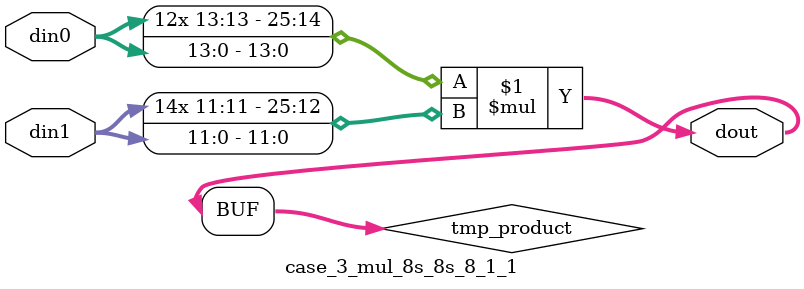
<source format=v>

`timescale 1 ns / 1 ps

 module case_3_mul_8s_8s_8_1_1(din0, din1, dout);
parameter ID = 1;
parameter NUM_STAGE = 0;
parameter din0_WIDTH = 14;
parameter din1_WIDTH = 12;
parameter dout_WIDTH = 26;

input [din0_WIDTH - 1 : 0] din0; 
input [din1_WIDTH - 1 : 0] din1; 
output [dout_WIDTH - 1 : 0] dout;

wire signed [dout_WIDTH - 1 : 0] tmp_product;



























assign tmp_product = $signed(din0) * $signed(din1);








assign dout = tmp_product;





















endmodule

</source>
